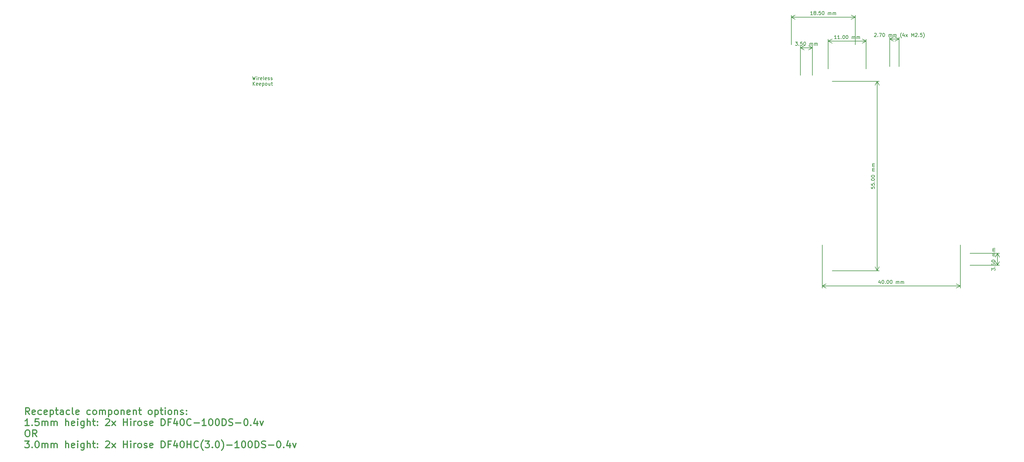
<source format=gbr>
%TF.GenerationSoftware,KiCad,Pcbnew,(6.0.5)*%
%TF.CreationDate,2023-03-12T20:27:36+02:00*%
%TF.ProjectId,rpi-cm4-base-carrier-rocket,7270692d-636d-4342-9d62-6173652d6361,v01*%
%TF.SameCoordinates,Original*%
%TF.FileFunction,OtherDrawing,Comment*%
%FSLAX46Y46*%
G04 Gerber Fmt 4.6, Leading zero omitted, Abs format (unit mm)*
G04 Created by KiCad (PCBNEW (6.0.5)) date 2023-03-12 20:27:36*
%MOMM*%
%LPD*%
G01*
G04 APERTURE LIST*
%ADD10C,0.300000*%
%ADD11C,0.150000*%
G04 APERTURE END LIST*
D10*
X80554047Y-178954761D02*
X79887380Y-178002380D01*
X79411190Y-178954761D02*
X79411190Y-176954761D01*
X80173095Y-176954761D01*
X80363571Y-177050000D01*
X80458809Y-177145238D01*
X80554047Y-177335714D01*
X80554047Y-177621428D01*
X80458809Y-177811904D01*
X80363571Y-177907142D01*
X80173095Y-178002380D01*
X79411190Y-178002380D01*
X82173095Y-178859523D02*
X81982619Y-178954761D01*
X81601666Y-178954761D01*
X81411190Y-178859523D01*
X81315952Y-178669047D01*
X81315952Y-177907142D01*
X81411190Y-177716666D01*
X81601666Y-177621428D01*
X81982619Y-177621428D01*
X82173095Y-177716666D01*
X82268333Y-177907142D01*
X82268333Y-178097619D01*
X81315952Y-178288095D01*
X83982619Y-178859523D02*
X83792142Y-178954761D01*
X83411190Y-178954761D01*
X83220714Y-178859523D01*
X83125476Y-178764285D01*
X83030238Y-178573809D01*
X83030238Y-178002380D01*
X83125476Y-177811904D01*
X83220714Y-177716666D01*
X83411190Y-177621428D01*
X83792142Y-177621428D01*
X83982619Y-177716666D01*
X85601666Y-178859523D02*
X85411190Y-178954761D01*
X85030238Y-178954761D01*
X84839761Y-178859523D01*
X84744523Y-178669047D01*
X84744523Y-177907142D01*
X84839761Y-177716666D01*
X85030238Y-177621428D01*
X85411190Y-177621428D01*
X85601666Y-177716666D01*
X85696904Y-177907142D01*
X85696904Y-178097619D01*
X84744523Y-178288095D01*
X86554047Y-177621428D02*
X86554047Y-179621428D01*
X86554047Y-177716666D02*
X86744523Y-177621428D01*
X87125476Y-177621428D01*
X87315952Y-177716666D01*
X87411190Y-177811904D01*
X87506428Y-178002380D01*
X87506428Y-178573809D01*
X87411190Y-178764285D01*
X87315952Y-178859523D01*
X87125476Y-178954761D01*
X86744523Y-178954761D01*
X86554047Y-178859523D01*
X88077857Y-177621428D02*
X88839761Y-177621428D01*
X88363571Y-176954761D02*
X88363571Y-178669047D01*
X88458809Y-178859523D01*
X88649285Y-178954761D01*
X88839761Y-178954761D01*
X90363571Y-178954761D02*
X90363571Y-177907142D01*
X90268333Y-177716666D01*
X90077857Y-177621428D01*
X89696904Y-177621428D01*
X89506428Y-177716666D01*
X90363571Y-178859523D02*
X90173095Y-178954761D01*
X89696904Y-178954761D01*
X89506428Y-178859523D01*
X89411190Y-178669047D01*
X89411190Y-178478571D01*
X89506428Y-178288095D01*
X89696904Y-178192857D01*
X90173095Y-178192857D01*
X90363571Y-178097619D01*
X92173095Y-178859523D02*
X91982619Y-178954761D01*
X91601666Y-178954761D01*
X91411190Y-178859523D01*
X91315952Y-178764285D01*
X91220714Y-178573809D01*
X91220714Y-178002380D01*
X91315952Y-177811904D01*
X91411190Y-177716666D01*
X91601666Y-177621428D01*
X91982619Y-177621428D01*
X92173095Y-177716666D01*
X93315952Y-178954761D02*
X93125476Y-178859523D01*
X93030238Y-178669047D01*
X93030238Y-176954761D01*
X94839761Y-178859523D02*
X94649285Y-178954761D01*
X94268333Y-178954761D01*
X94077857Y-178859523D01*
X93982619Y-178669047D01*
X93982619Y-177907142D01*
X94077857Y-177716666D01*
X94268333Y-177621428D01*
X94649285Y-177621428D01*
X94839761Y-177716666D01*
X94935000Y-177907142D01*
X94935000Y-178097619D01*
X93982619Y-178288095D01*
X98173095Y-178859523D02*
X97982619Y-178954761D01*
X97601666Y-178954761D01*
X97411190Y-178859523D01*
X97315952Y-178764285D01*
X97220714Y-178573809D01*
X97220714Y-178002380D01*
X97315952Y-177811904D01*
X97411190Y-177716666D01*
X97601666Y-177621428D01*
X97982619Y-177621428D01*
X98173095Y-177716666D01*
X99315952Y-178954761D02*
X99125476Y-178859523D01*
X99030238Y-178764285D01*
X98935000Y-178573809D01*
X98935000Y-178002380D01*
X99030238Y-177811904D01*
X99125476Y-177716666D01*
X99315952Y-177621428D01*
X99601666Y-177621428D01*
X99792142Y-177716666D01*
X99887380Y-177811904D01*
X99982619Y-178002380D01*
X99982619Y-178573809D01*
X99887380Y-178764285D01*
X99792142Y-178859523D01*
X99601666Y-178954761D01*
X99315952Y-178954761D01*
X100839761Y-178954761D02*
X100839761Y-177621428D01*
X100839761Y-177811904D02*
X100935000Y-177716666D01*
X101125476Y-177621428D01*
X101411190Y-177621428D01*
X101601666Y-177716666D01*
X101696904Y-177907142D01*
X101696904Y-178954761D01*
X101696904Y-177907142D02*
X101792142Y-177716666D01*
X101982619Y-177621428D01*
X102268333Y-177621428D01*
X102458809Y-177716666D01*
X102554047Y-177907142D01*
X102554047Y-178954761D01*
X103506428Y-177621428D02*
X103506428Y-179621428D01*
X103506428Y-177716666D02*
X103696904Y-177621428D01*
X104077857Y-177621428D01*
X104268333Y-177716666D01*
X104363571Y-177811904D01*
X104458809Y-178002380D01*
X104458809Y-178573809D01*
X104363571Y-178764285D01*
X104268333Y-178859523D01*
X104077857Y-178954761D01*
X103696904Y-178954761D01*
X103506428Y-178859523D01*
X105601666Y-178954761D02*
X105411190Y-178859523D01*
X105315952Y-178764285D01*
X105220714Y-178573809D01*
X105220714Y-178002380D01*
X105315952Y-177811904D01*
X105411190Y-177716666D01*
X105601666Y-177621428D01*
X105887380Y-177621428D01*
X106077857Y-177716666D01*
X106173095Y-177811904D01*
X106268333Y-178002380D01*
X106268333Y-178573809D01*
X106173095Y-178764285D01*
X106077857Y-178859523D01*
X105887380Y-178954761D01*
X105601666Y-178954761D01*
X107125476Y-177621428D02*
X107125476Y-178954761D01*
X107125476Y-177811904D02*
X107220714Y-177716666D01*
X107411190Y-177621428D01*
X107696904Y-177621428D01*
X107887380Y-177716666D01*
X107982619Y-177907142D01*
X107982619Y-178954761D01*
X109696904Y-178859523D02*
X109506428Y-178954761D01*
X109125476Y-178954761D01*
X108935000Y-178859523D01*
X108839761Y-178669047D01*
X108839761Y-177907142D01*
X108935000Y-177716666D01*
X109125476Y-177621428D01*
X109506428Y-177621428D01*
X109696904Y-177716666D01*
X109792142Y-177907142D01*
X109792142Y-178097619D01*
X108839761Y-178288095D01*
X110649285Y-177621428D02*
X110649285Y-178954761D01*
X110649285Y-177811904D02*
X110744523Y-177716666D01*
X110935000Y-177621428D01*
X111220714Y-177621428D01*
X111411190Y-177716666D01*
X111506428Y-177907142D01*
X111506428Y-178954761D01*
X112173095Y-177621428D02*
X112935000Y-177621428D01*
X112458809Y-176954761D02*
X112458809Y-178669047D01*
X112554047Y-178859523D01*
X112744523Y-178954761D01*
X112935000Y-178954761D01*
X115411190Y-178954761D02*
X115220714Y-178859523D01*
X115125476Y-178764285D01*
X115030238Y-178573809D01*
X115030238Y-178002380D01*
X115125476Y-177811904D01*
X115220714Y-177716666D01*
X115411190Y-177621428D01*
X115696904Y-177621428D01*
X115887380Y-177716666D01*
X115982619Y-177811904D01*
X116077857Y-178002380D01*
X116077857Y-178573809D01*
X115982619Y-178764285D01*
X115887380Y-178859523D01*
X115696904Y-178954761D01*
X115411190Y-178954761D01*
X116935000Y-177621428D02*
X116935000Y-179621428D01*
X116935000Y-177716666D02*
X117125476Y-177621428D01*
X117506428Y-177621428D01*
X117696904Y-177716666D01*
X117792142Y-177811904D01*
X117887380Y-178002380D01*
X117887380Y-178573809D01*
X117792142Y-178764285D01*
X117696904Y-178859523D01*
X117506428Y-178954761D01*
X117125476Y-178954761D01*
X116935000Y-178859523D01*
X118458809Y-177621428D02*
X119220714Y-177621428D01*
X118744523Y-176954761D02*
X118744523Y-178669047D01*
X118839761Y-178859523D01*
X119030238Y-178954761D01*
X119220714Y-178954761D01*
X119887380Y-178954761D02*
X119887380Y-177621428D01*
X119887380Y-176954761D02*
X119792142Y-177050000D01*
X119887380Y-177145238D01*
X119982619Y-177050000D01*
X119887380Y-176954761D01*
X119887380Y-177145238D01*
X121125476Y-178954761D02*
X120935000Y-178859523D01*
X120839761Y-178764285D01*
X120744523Y-178573809D01*
X120744523Y-178002380D01*
X120839761Y-177811904D01*
X120935000Y-177716666D01*
X121125476Y-177621428D01*
X121411190Y-177621428D01*
X121601666Y-177716666D01*
X121696904Y-177811904D01*
X121792142Y-178002380D01*
X121792142Y-178573809D01*
X121696904Y-178764285D01*
X121601666Y-178859523D01*
X121411190Y-178954761D01*
X121125476Y-178954761D01*
X122649285Y-177621428D02*
X122649285Y-178954761D01*
X122649285Y-177811904D02*
X122744523Y-177716666D01*
X122934999Y-177621428D01*
X123220714Y-177621428D01*
X123411190Y-177716666D01*
X123506428Y-177907142D01*
X123506428Y-178954761D01*
X124363571Y-178859523D02*
X124554047Y-178954761D01*
X124934999Y-178954761D01*
X125125476Y-178859523D01*
X125220714Y-178669047D01*
X125220714Y-178573809D01*
X125125476Y-178383333D01*
X124934999Y-178288095D01*
X124649285Y-178288095D01*
X124458809Y-178192857D01*
X124363571Y-178002380D01*
X124363571Y-177907142D01*
X124458809Y-177716666D01*
X124649285Y-177621428D01*
X124934999Y-177621428D01*
X125125476Y-177716666D01*
X126077857Y-178764285D02*
X126173095Y-178859523D01*
X126077857Y-178954761D01*
X125982619Y-178859523D01*
X126077857Y-178764285D01*
X126077857Y-178954761D01*
X126077857Y-177716666D02*
X126173095Y-177811904D01*
X126077857Y-177907142D01*
X125982619Y-177811904D01*
X126077857Y-177716666D01*
X126077857Y-177907142D01*
X80458809Y-182174761D02*
X79315952Y-182174761D01*
X79887380Y-182174761D02*
X79887380Y-180174761D01*
X79696904Y-180460476D01*
X79506428Y-180650952D01*
X79315952Y-180746190D01*
X81315952Y-181984285D02*
X81411190Y-182079523D01*
X81315952Y-182174761D01*
X81220714Y-182079523D01*
X81315952Y-181984285D01*
X81315952Y-182174761D01*
X83220714Y-180174761D02*
X82268333Y-180174761D01*
X82173095Y-181127142D01*
X82268333Y-181031904D01*
X82458809Y-180936666D01*
X82935000Y-180936666D01*
X83125476Y-181031904D01*
X83220714Y-181127142D01*
X83315952Y-181317619D01*
X83315952Y-181793809D01*
X83220714Y-181984285D01*
X83125476Y-182079523D01*
X82935000Y-182174761D01*
X82458809Y-182174761D01*
X82268333Y-182079523D01*
X82173095Y-181984285D01*
X84173095Y-182174761D02*
X84173095Y-180841428D01*
X84173095Y-181031904D02*
X84268333Y-180936666D01*
X84458809Y-180841428D01*
X84744523Y-180841428D01*
X84935000Y-180936666D01*
X85030238Y-181127142D01*
X85030238Y-182174761D01*
X85030238Y-181127142D02*
X85125476Y-180936666D01*
X85315952Y-180841428D01*
X85601666Y-180841428D01*
X85792142Y-180936666D01*
X85887380Y-181127142D01*
X85887380Y-182174761D01*
X86839761Y-182174761D02*
X86839761Y-180841428D01*
X86839761Y-181031904D02*
X86935000Y-180936666D01*
X87125476Y-180841428D01*
X87411190Y-180841428D01*
X87601666Y-180936666D01*
X87696904Y-181127142D01*
X87696904Y-182174761D01*
X87696904Y-181127142D02*
X87792142Y-180936666D01*
X87982619Y-180841428D01*
X88268333Y-180841428D01*
X88458809Y-180936666D01*
X88554047Y-181127142D01*
X88554047Y-182174761D01*
X91030238Y-182174761D02*
X91030238Y-180174761D01*
X91887380Y-182174761D02*
X91887380Y-181127142D01*
X91792142Y-180936666D01*
X91601666Y-180841428D01*
X91315952Y-180841428D01*
X91125476Y-180936666D01*
X91030238Y-181031904D01*
X93601666Y-182079523D02*
X93411190Y-182174761D01*
X93030238Y-182174761D01*
X92839761Y-182079523D01*
X92744523Y-181889047D01*
X92744523Y-181127142D01*
X92839761Y-180936666D01*
X93030238Y-180841428D01*
X93411190Y-180841428D01*
X93601666Y-180936666D01*
X93696904Y-181127142D01*
X93696904Y-181317619D01*
X92744523Y-181508095D01*
X94554047Y-182174761D02*
X94554047Y-180841428D01*
X94554047Y-180174761D02*
X94458809Y-180270000D01*
X94554047Y-180365238D01*
X94649285Y-180270000D01*
X94554047Y-180174761D01*
X94554047Y-180365238D01*
X96363571Y-180841428D02*
X96363571Y-182460476D01*
X96268333Y-182650952D01*
X96173095Y-182746190D01*
X95982619Y-182841428D01*
X95696904Y-182841428D01*
X95506428Y-182746190D01*
X96363571Y-182079523D02*
X96173095Y-182174761D01*
X95792142Y-182174761D01*
X95601666Y-182079523D01*
X95506428Y-181984285D01*
X95411190Y-181793809D01*
X95411190Y-181222380D01*
X95506428Y-181031904D01*
X95601666Y-180936666D01*
X95792142Y-180841428D01*
X96173095Y-180841428D01*
X96363571Y-180936666D01*
X97315952Y-182174761D02*
X97315952Y-180174761D01*
X98173095Y-182174761D02*
X98173095Y-181127142D01*
X98077857Y-180936666D01*
X97887380Y-180841428D01*
X97601666Y-180841428D01*
X97411190Y-180936666D01*
X97315952Y-181031904D01*
X98839761Y-180841428D02*
X99601666Y-180841428D01*
X99125476Y-180174761D02*
X99125476Y-181889047D01*
X99220714Y-182079523D01*
X99411190Y-182174761D01*
X99601666Y-182174761D01*
X100268333Y-181984285D02*
X100363571Y-182079523D01*
X100268333Y-182174761D01*
X100173095Y-182079523D01*
X100268333Y-181984285D01*
X100268333Y-182174761D01*
X100268333Y-180936666D02*
X100363571Y-181031904D01*
X100268333Y-181127142D01*
X100173095Y-181031904D01*
X100268333Y-180936666D01*
X100268333Y-181127142D01*
X102649285Y-180365238D02*
X102744523Y-180270000D01*
X102935000Y-180174761D01*
X103411190Y-180174761D01*
X103601666Y-180270000D01*
X103696904Y-180365238D01*
X103792142Y-180555714D01*
X103792142Y-180746190D01*
X103696904Y-181031904D01*
X102554047Y-182174761D01*
X103792142Y-182174761D01*
X104458809Y-182174761D02*
X105506428Y-180841428D01*
X104458809Y-180841428D02*
X105506428Y-182174761D01*
X107792142Y-182174761D02*
X107792142Y-180174761D01*
X107792142Y-181127142D02*
X108935000Y-181127142D01*
X108935000Y-182174761D02*
X108935000Y-180174761D01*
X109887380Y-182174761D02*
X109887380Y-180841428D01*
X109887380Y-180174761D02*
X109792142Y-180270000D01*
X109887380Y-180365238D01*
X109982619Y-180270000D01*
X109887380Y-180174761D01*
X109887380Y-180365238D01*
X110839761Y-182174761D02*
X110839761Y-180841428D01*
X110839761Y-181222380D02*
X110934999Y-181031904D01*
X111030238Y-180936666D01*
X111220714Y-180841428D01*
X111411190Y-180841428D01*
X112363571Y-182174761D02*
X112173095Y-182079523D01*
X112077857Y-181984285D01*
X111982619Y-181793809D01*
X111982619Y-181222380D01*
X112077857Y-181031904D01*
X112173095Y-180936666D01*
X112363571Y-180841428D01*
X112649285Y-180841428D01*
X112839761Y-180936666D01*
X112935000Y-181031904D01*
X113030238Y-181222380D01*
X113030238Y-181793809D01*
X112935000Y-181984285D01*
X112839761Y-182079523D01*
X112649285Y-182174761D01*
X112363571Y-182174761D01*
X113792142Y-182079523D02*
X113982619Y-182174761D01*
X114363571Y-182174761D01*
X114554047Y-182079523D01*
X114649285Y-181889047D01*
X114649285Y-181793809D01*
X114554047Y-181603333D01*
X114363571Y-181508095D01*
X114077857Y-181508095D01*
X113887380Y-181412857D01*
X113792142Y-181222380D01*
X113792142Y-181127142D01*
X113887380Y-180936666D01*
X114077857Y-180841428D01*
X114363571Y-180841428D01*
X114554047Y-180936666D01*
X116268333Y-182079523D02*
X116077857Y-182174761D01*
X115696904Y-182174761D01*
X115506428Y-182079523D01*
X115411190Y-181889047D01*
X115411190Y-181127142D01*
X115506428Y-180936666D01*
X115696904Y-180841428D01*
X116077857Y-180841428D01*
X116268333Y-180936666D01*
X116363571Y-181127142D01*
X116363571Y-181317619D01*
X115411190Y-181508095D01*
X118744523Y-182174761D02*
X118744523Y-180174761D01*
X119220714Y-180174761D01*
X119506428Y-180270000D01*
X119696904Y-180460476D01*
X119792142Y-180650952D01*
X119887380Y-181031904D01*
X119887380Y-181317619D01*
X119792142Y-181698571D01*
X119696904Y-181889047D01*
X119506428Y-182079523D01*
X119220714Y-182174761D01*
X118744523Y-182174761D01*
X121411190Y-181127142D02*
X120744523Y-181127142D01*
X120744523Y-182174761D02*
X120744523Y-180174761D01*
X121696904Y-180174761D01*
X123315952Y-180841428D02*
X123315952Y-182174761D01*
X122839761Y-180079523D02*
X122363571Y-181508095D01*
X123601666Y-181508095D01*
X124744523Y-180174761D02*
X124934999Y-180174761D01*
X125125476Y-180270000D01*
X125220714Y-180365238D01*
X125315952Y-180555714D01*
X125411190Y-180936666D01*
X125411190Y-181412857D01*
X125315952Y-181793809D01*
X125220714Y-181984285D01*
X125125476Y-182079523D01*
X124934999Y-182174761D01*
X124744523Y-182174761D01*
X124554047Y-182079523D01*
X124458809Y-181984285D01*
X124363571Y-181793809D01*
X124268333Y-181412857D01*
X124268333Y-180936666D01*
X124363571Y-180555714D01*
X124458809Y-180365238D01*
X124554047Y-180270000D01*
X124744523Y-180174761D01*
X127411190Y-181984285D02*
X127315952Y-182079523D01*
X127030238Y-182174761D01*
X126839761Y-182174761D01*
X126554047Y-182079523D01*
X126363571Y-181889047D01*
X126268333Y-181698571D01*
X126173095Y-181317619D01*
X126173095Y-181031904D01*
X126268333Y-180650952D01*
X126363571Y-180460476D01*
X126554047Y-180270000D01*
X126839761Y-180174761D01*
X127030238Y-180174761D01*
X127315952Y-180270000D01*
X127411190Y-180365238D01*
X128268333Y-181412857D02*
X129792142Y-181412857D01*
X131792142Y-182174761D02*
X130649285Y-182174761D01*
X131220714Y-182174761D02*
X131220714Y-180174761D01*
X131030238Y-180460476D01*
X130839761Y-180650952D01*
X130649285Y-180746190D01*
X133030238Y-180174761D02*
X133220714Y-180174761D01*
X133411190Y-180270000D01*
X133506428Y-180365238D01*
X133601666Y-180555714D01*
X133696904Y-180936666D01*
X133696904Y-181412857D01*
X133601666Y-181793809D01*
X133506428Y-181984285D01*
X133411190Y-182079523D01*
X133220714Y-182174761D01*
X133030238Y-182174761D01*
X132839761Y-182079523D01*
X132744523Y-181984285D01*
X132649285Y-181793809D01*
X132554047Y-181412857D01*
X132554047Y-180936666D01*
X132649285Y-180555714D01*
X132744523Y-180365238D01*
X132839761Y-180270000D01*
X133030238Y-180174761D01*
X134935000Y-180174761D02*
X135125476Y-180174761D01*
X135315952Y-180270000D01*
X135411190Y-180365238D01*
X135506428Y-180555714D01*
X135601666Y-180936666D01*
X135601666Y-181412857D01*
X135506428Y-181793809D01*
X135411190Y-181984285D01*
X135315952Y-182079523D01*
X135125476Y-182174761D01*
X134935000Y-182174761D01*
X134744523Y-182079523D01*
X134649285Y-181984285D01*
X134554047Y-181793809D01*
X134458809Y-181412857D01*
X134458809Y-180936666D01*
X134554047Y-180555714D01*
X134649285Y-180365238D01*
X134744523Y-180270000D01*
X134935000Y-180174761D01*
X136458809Y-182174761D02*
X136458809Y-180174761D01*
X136935000Y-180174761D01*
X137220714Y-180270000D01*
X137411190Y-180460476D01*
X137506428Y-180650952D01*
X137601666Y-181031904D01*
X137601666Y-181317619D01*
X137506428Y-181698571D01*
X137411190Y-181889047D01*
X137220714Y-182079523D01*
X136935000Y-182174761D01*
X136458809Y-182174761D01*
X138363571Y-182079523D02*
X138649285Y-182174761D01*
X139125476Y-182174761D01*
X139315952Y-182079523D01*
X139411190Y-181984285D01*
X139506428Y-181793809D01*
X139506428Y-181603333D01*
X139411190Y-181412857D01*
X139315952Y-181317619D01*
X139125476Y-181222380D01*
X138744523Y-181127142D01*
X138554047Y-181031904D01*
X138458809Y-180936666D01*
X138363571Y-180746190D01*
X138363571Y-180555714D01*
X138458809Y-180365238D01*
X138554047Y-180270000D01*
X138744523Y-180174761D01*
X139220714Y-180174761D01*
X139506428Y-180270000D01*
X140363571Y-181412857D02*
X141887380Y-181412857D01*
X143220714Y-180174761D02*
X143411190Y-180174761D01*
X143601666Y-180270000D01*
X143696904Y-180365238D01*
X143792142Y-180555714D01*
X143887380Y-180936666D01*
X143887380Y-181412857D01*
X143792142Y-181793809D01*
X143696904Y-181984285D01*
X143601666Y-182079523D01*
X143411190Y-182174761D01*
X143220714Y-182174761D01*
X143030238Y-182079523D01*
X142935000Y-181984285D01*
X142839761Y-181793809D01*
X142744523Y-181412857D01*
X142744523Y-180936666D01*
X142839761Y-180555714D01*
X142935000Y-180365238D01*
X143030238Y-180270000D01*
X143220714Y-180174761D01*
X144744523Y-181984285D02*
X144839761Y-182079523D01*
X144744523Y-182174761D01*
X144649285Y-182079523D01*
X144744523Y-181984285D01*
X144744523Y-182174761D01*
X146554047Y-180841428D02*
X146554047Y-182174761D01*
X146077857Y-180079523D02*
X145601666Y-181508095D01*
X146839761Y-181508095D01*
X147411190Y-180841428D02*
X147887380Y-182174761D01*
X148363571Y-180841428D01*
X79792142Y-183394761D02*
X80173095Y-183394761D01*
X80363571Y-183490000D01*
X80554047Y-183680476D01*
X80649285Y-184061428D01*
X80649285Y-184728095D01*
X80554047Y-185109047D01*
X80363571Y-185299523D01*
X80173095Y-185394761D01*
X79792142Y-185394761D01*
X79601666Y-185299523D01*
X79411190Y-185109047D01*
X79315952Y-184728095D01*
X79315952Y-184061428D01*
X79411190Y-183680476D01*
X79601666Y-183490000D01*
X79792142Y-183394761D01*
X82649285Y-185394761D02*
X81982619Y-184442380D01*
X81506428Y-185394761D02*
X81506428Y-183394761D01*
X82268333Y-183394761D01*
X82458809Y-183490000D01*
X82554047Y-183585238D01*
X82649285Y-183775714D01*
X82649285Y-184061428D01*
X82554047Y-184251904D01*
X82458809Y-184347142D01*
X82268333Y-184442380D01*
X81506428Y-184442380D01*
X79220714Y-186614761D02*
X80458809Y-186614761D01*
X79792142Y-187376666D01*
X80077857Y-187376666D01*
X80268333Y-187471904D01*
X80363571Y-187567142D01*
X80458809Y-187757619D01*
X80458809Y-188233809D01*
X80363571Y-188424285D01*
X80268333Y-188519523D01*
X80077857Y-188614761D01*
X79506428Y-188614761D01*
X79315952Y-188519523D01*
X79220714Y-188424285D01*
X81315952Y-188424285D02*
X81411190Y-188519523D01*
X81315952Y-188614761D01*
X81220714Y-188519523D01*
X81315952Y-188424285D01*
X81315952Y-188614761D01*
X82649285Y-186614761D02*
X82839761Y-186614761D01*
X83030238Y-186710000D01*
X83125476Y-186805238D01*
X83220714Y-186995714D01*
X83315952Y-187376666D01*
X83315952Y-187852857D01*
X83220714Y-188233809D01*
X83125476Y-188424285D01*
X83030238Y-188519523D01*
X82839761Y-188614761D01*
X82649285Y-188614761D01*
X82458809Y-188519523D01*
X82363571Y-188424285D01*
X82268333Y-188233809D01*
X82173095Y-187852857D01*
X82173095Y-187376666D01*
X82268333Y-186995714D01*
X82363571Y-186805238D01*
X82458809Y-186710000D01*
X82649285Y-186614761D01*
X84173095Y-188614761D02*
X84173095Y-187281428D01*
X84173095Y-187471904D02*
X84268333Y-187376666D01*
X84458809Y-187281428D01*
X84744523Y-187281428D01*
X84935000Y-187376666D01*
X85030238Y-187567142D01*
X85030238Y-188614761D01*
X85030238Y-187567142D02*
X85125476Y-187376666D01*
X85315952Y-187281428D01*
X85601666Y-187281428D01*
X85792142Y-187376666D01*
X85887380Y-187567142D01*
X85887380Y-188614761D01*
X86839761Y-188614761D02*
X86839761Y-187281428D01*
X86839761Y-187471904D02*
X86935000Y-187376666D01*
X87125476Y-187281428D01*
X87411190Y-187281428D01*
X87601666Y-187376666D01*
X87696904Y-187567142D01*
X87696904Y-188614761D01*
X87696904Y-187567142D02*
X87792142Y-187376666D01*
X87982619Y-187281428D01*
X88268333Y-187281428D01*
X88458809Y-187376666D01*
X88554047Y-187567142D01*
X88554047Y-188614761D01*
X91030238Y-188614761D02*
X91030238Y-186614761D01*
X91887380Y-188614761D02*
X91887380Y-187567142D01*
X91792142Y-187376666D01*
X91601666Y-187281428D01*
X91315952Y-187281428D01*
X91125476Y-187376666D01*
X91030238Y-187471904D01*
X93601666Y-188519523D02*
X93411190Y-188614761D01*
X93030238Y-188614761D01*
X92839761Y-188519523D01*
X92744523Y-188329047D01*
X92744523Y-187567142D01*
X92839761Y-187376666D01*
X93030238Y-187281428D01*
X93411190Y-187281428D01*
X93601666Y-187376666D01*
X93696904Y-187567142D01*
X93696904Y-187757619D01*
X92744523Y-187948095D01*
X94554047Y-188614761D02*
X94554047Y-187281428D01*
X94554047Y-186614761D02*
X94458809Y-186710000D01*
X94554047Y-186805238D01*
X94649285Y-186710000D01*
X94554047Y-186614761D01*
X94554047Y-186805238D01*
X96363571Y-187281428D02*
X96363571Y-188900476D01*
X96268333Y-189090952D01*
X96173095Y-189186190D01*
X95982619Y-189281428D01*
X95696904Y-189281428D01*
X95506428Y-189186190D01*
X96363571Y-188519523D02*
X96173095Y-188614761D01*
X95792142Y-188614761D01*
X95601666Y-188519523D01*
X95506428Y-188424285D01*
X95411190Y-188233809D01*
X95411190Y-187662380D01*
X95506428Y-187471904D01*
X95601666Y-187376666D01*
X95792142Y-187281428D01*
X96173095Y-187281428D01*
X96363571Y-187376666D01*
X97315952Y-188614761D02*
X97315952Y-186614761D01*
X98173095Y-188614761D02*
X98173095Y-187567142D01*
X98077857Y-187376666D01*
X97887380Y-187281428D01*
X97601666Y-187281428D01*
X97411190Y-187376666D01*
X97315952Y-187471904D01*
X98839761Y-187281428D02*
X99601666Y-187281428D01*
X99125476Y-186614761D02*
X99125476Y-188329047D01*
X99220714Y-188519523D01*
X99411190Y-188614761D01*
X99601666Y-188614761D01*
X100268333Y-188424285D02*
X100363571Y-188519523D01*
X100268333Y-188614761D01*
X100173095Y-188519523D01*
X100268333Y-188424285D01*
X100268333Y-188614761D01*
X100268333Y-187376666D02*
X100363571Y-187471904D01*
X100268333Y-187567142D01*
X100173095Y-187471904D01*
X100268333Y-187376666D01*
X100268333Y-187567142D01*
X102649285Y-186805238D02*
X102744523Y-186710000D01*
X102935000Y-186614761D01*
X103411190Y-186614761D01*
X103601666Y-186710000D01*
X103696904Y-186805238D01*
X103792142Y-186995714D01*
X103792142Y-187186190D01*
X103696904Y-187471904D01*
X102554047Y-188614761D01*
X103792142Y-188614761D01*
X104458809Y-188614761D02*
X105506428Y-187281428D01*
X104458809Y-187281428D02*
X105506428Y-188614761D01*
X107792142Y-188614761D02*
X107792142Y-186614761D01*
X107792142Y-187567142D02*
X108935000Y-187567142D01*
X108935000Y-188614761D02*
X108935000Y-186614761D01*
X109887380Y-188614761D02*
X109887380Y-187281428D01*
X109887380Y-186614761D02*
X109792142Y-186710000D01*
X109887380Y-186805238D01*
X109982619Y-186710000D01*
X109887380Y-186614761D01*
X109887380Y-186805238D01*
X110839761Y-188614761D02*
X110839761Y-187281428D01*
X110839761Y-187662380D02*
X110934999Y-187471904D01*
X111030238Y-187376666D01*
X111220714Y-187281428D01*
X111411190Y-187281428D01*
X112363571Y-188614761D02*
X112173095Y-188519523D01*
X112077857Y-188424285D01*
X111982619Y-188233809D01*
X111982619Y-187662380D01*
X112077857Y-187471904D01*
X112173095Y-187376666D01*
X112363571Y-187281428D01*
X112649285Y-187281428D01*
X112839761Y-187376666D01*
X112935000Y-187471904D01*
X113030238Y-187662380D01*
X113030238Y-188233809D01*
X112935000Y-188424285D01*
X112839761Y-188519523D01*
X112649285Y-188614761D01*
X112363571Y-188614761D01*
X113792142Y-188519523D02*
X113982619Y-188614761D01*
X114363571Y-188614761D01*
X114554047Y-188519523D01*
X114649285Y-188329047D01*
X114649285Y-188233809D01*
X114554047Y-188043333D01*
X114363571Y-187948095D01*
X114077857Y-187948095D01*
X113887380Y-187852857D01*
X113792142Y-187662380D01*
X113792142Y-187567142D01*
X113887380Y-187376666D01*
X114077857Y-187281428D01*
X114363571Y-187281428D01*
X114554047Y-187376666D01*
X116268333Y-188519523D02*
X116077857Y-188614761D01*
X115696904Y-188614761D01*
X115506428Y-188519523D01*
X115411190Y-188329047D01*
X115411190Y-187567142D01*
X115506428Y-187376666D01*
X115696904Y-187281428D01*
X116077857Y-187281428D01*
X116268333Y-187376666D01*
X116363571Y-187567142D01*
X116363571Y-187757619D01*
X115411190Y-187948095D01*
X118744523Y-188614761D02*
X118744523Y-186614761D01*
X119220714Y-186614761D01*
X119506428Y-186710000D01*
X119696904Y-186900476D01*
X119792142Y-187090952D01*
X119887380Y-187471904D01*
X119887380Y-187757619D01*
X119792142Y-188138571D01*
X119696904Y-188329047D01*
X119506428Y-188519523D01*
X119220714Y-188614761D01*
X118744523Y-188614761D01*
X121411190Y-187567142D02*
X120744523Y-187567142D01*
X120744523Y-188614761D02*
X120744523Y-186614761D01*
X121696904Y-186614761D01*
X123315952Y-187281428D02*
X123315952Y-188614761D01*
X122839761Y-186519523D02*
X122363571Y-187948095D01*
X123601666Y-187948095D01*
X124744523Y-186614761D02*
X124934999Y-186614761D01*
X125125476Y-186710000D01*
X125220714Y-186805238D01*
X125315952Y-186995714D01*
X125411190Y-187376666D01*
X125411190Y-187852857D01*
X125315952Y-188233809D01*
X125220714Y-188424285D01*
X125125476Y-188519523D01*
X124934999Y-188614761D01*
X124744523Y-188614761D01*
X124554047Y-188519523D01*
X124458809Y-188424285D01*
X124363571Y-188233809D01*
X124268333Y-187852857D01*
X124268333Y-187376666D01*
X124363571Y-186995714D01*
X124458809Y-186805238D01*
X124554047Y-186710000D01*
X124744523Y-186614761D01*
X126268333Y-188614761D02*
X126268333Y-186614761D01*
X126268333Y-187567142D02*
X127411190Y-187567142D01*
X127411190Y-188614761D02*
X127411190Y-186614761D01*
X129506428Y-188424285D02*
X129411190Y-188519523D01*
X129125476Y-188614761D01*
X128934999Y-188614761D01*
X128649285Y-188519523D01*
X128458809Y-188329047D01*
X128363571Y-188138571D01*
X128268333Y-187757619D01*
X128268333Y-187471904D01*
X128363571Y-187090952D01*
X128458809Y-186900476D01*
X128649285Y-186710000D01*
X128934999Y-186614761D01*
X129125476Y-186614761D01*
X129411190Y-186710000D01*
X129506428Y-186805238D01*
X130934999Y-189376666D02*
X130839761Y-189281428D01*
X130649285Y-188995714D01*
X130554047Y-188805238D01*
X130458809Y-188519523D01*
X130363571Y-188043333D01*
X130363571Y-187662380D01*
X130458809Y-187186190D01*
X130554047Y-186900476D01*
X130649285Y-186710000D01*
X130839761Y-186424285D01*
X130934999Y-186329047D01*
X131506428Y-186614761D02*
X132744523Y-186614761D01*
X132077857Y-187376666D01*
X132363571Y-187376666D01*
X132554047Y-187471904D01*
X132649285Y-187567142D01*
X132744523Y-187757619D01*
X132744523Y-188233809D01*
X132649285Y-188424285D01*
X132554047Y-188519523D01*
X132363571Y-188614761D01*
X131792142Y-188614761D01*
X131601666Y-188519523D01*
X131506428Y-188424285D01*
X133601666Y-188424285D02*
X133696904Y-188519523D01*
X133601666Y-188614761D01*
X133506428Y-188519523D01*
X133601666Y-188424285D01*
X133601666Y-188614761D01*
X134935000Y-186614761D02*
X135125476Y-186614761D01*
X135315952Y-186710000D01*
X135411190Y-186805238D01*
X135506428Y-186995714D01*
X135601666Y-187376666D01*
X135601666Y-187852857D01*
X135506428Y-188233809D01*
X135411190Y-188424285D01*
X135315952Y-188519523D01*
X135125476Y-188614761D01*
X134935000Y-188614761D01*
X134744523Y-188519523D01*
X134649285Y-188424285D01*
X134554047Y-188233809D01*
X134458809Y-187852857D01*
X134458809Y-187376666D01*
X134554047Y-186995714D01*
X134649285Y-186805238D01*
X134744523Y-186710000D01*
X134935000Y-186614761D01*
X136268333Y-189376666D02*
X136363571Y-189281428D01*
X136554047Y-188995714D01*
X136649285Y-188805238D01*
X136744523Y-188519523D01*
X136839761Y-188043333D01*
X136839761Y-187662380D01*
X136744523Y-187186190D01*
X136649285Y-186900476D01*
X136554047Y-186710000D01*
X136363571Y-186424285D01*
X136268333Y-186329047D01*
X137792142Y-187852857D02*
X139315952Y-187852857D01*
X141315952Y-188614761D02*
X140173095Y-188614761D01*
X140744523Y-188614761D02*
X140744523Y-186614761D01*
X140554047Y-186900476D01*
X140363571Y-187090952D01*
X140173095Y-187186190D01*
X142554047Y-186614761D02*
X142744523Y-186614761D01*
X142935000Y-186710000D01*
X143030238Y-186805238D01*
X143125476Y-186995714D01*
X143220714Y-187376666D01*
X143220714Y-187852857D01*
X143125476Y-188233809D01*
X143030238Y-188424285D01*
X142935000Y-188519523D01*
X142744523Y-188614761D01*
X142554047Y-188614761D01*
X142363571Y-188519523D01*
X142268333Y-188424285D01*
X142173095Y-188233809D01*
X142077857Y-187852857D01*
X142077857Y-187376666D01*
X142173095Y-186995714D01*
X142268333Y-186805238D01*
X142363571Y-186710000D01*
X142554047Y-186614761D01*
X144458809Y-186614761D02*
X144649285Y-186614761D01*
X144839761Y-186710000D01*
X144935000Y-186805238D01*
X145030238Y-186995714D01*
X145125476Y-187376666D01*
X145125476Y-187852857D01*
X145030238Y-188233809D01*
X144935000Y-188424285D01*
X144839761Y-188519523D01*
X144649285Y-188614761D01*
X144458809Y-188614761D01*
X144268333Y-188519523D01*
X144173095Y-188424285D01*
X144077857Y-188233809D01*
X143982619Y-187852857D01*
X143982619Y-187376666D01*
X144077857Y-186995714D01*
X144173095Y-186805238D01*
X144268333Y-186710000D01*
X144458809Y-186614761D01*
X145982619Y-188614761D02*
X145982619Y-186614761D01*
X146458809Y-186614761D01*
X146744523Y-186710000D01*
X146935000Y-186900476D01*
X147030238Y-187090952D01*
X147125476Y-187471904D01*
X147125476Y-187757619D01*
X147030238Y-188138571D01*
X146935000Y-188329047D01*
X146744523Y-188519523D01*
X146458809Y-188614761D01*
X145982619Y-188614761D01*
X147887380Y-188519523D02*
X148173095Y-188614761D01*
X148649285Y-188614761D01*
X148839761Y-188519523D01*
X148935000Y-188424285D01*
X149030238Y-188233809D01*
X149030238Y-188043333D01*
X148935000Y-187852857D01*
X148839761Y-187757619D01*
X148649285Y-187662380D01*
X148268333Y-187567142D01*
X148077857Y-187471904D01*
X147982619Y-187376666D01*
X147887380Y-187186190D01*
X147887380Y-186995714D01*
X147982619Y-186805238D01*
X148077857Y-186710000D01*
X148268333Y-186614761D01*
X148744523Y-186614761D01*
X149030238Y-186710000D01*
X149887380Y-187852857D02*
X151411190Y-187852857D01*
X152744523Y-186614761D02*
X152935000Y-186614761D01*
X153125476Y-186710000D01*
X153220714Y-186805238D01*
X153315952Y-186995714D01*
X153411190Y-187376666D01*
X153411190Y-187852857D01*
X153315952Y-188233809D01*
X153220714Y-188424285D01*
X153125476Y-188519523D01*
X152935000Y-188614761D01*
X152744523Y-188614761D01*
X152554047Y-188519523D01*
X152458809Y-188424285D01*
X152363571Y-188233809D01*
X152268333Y-187852857D01*
X152268333Y-187376666D01*
X152363571Y-186995714D01*
X152458809Y-186805238D01*
X152554047Y-186710000D01*
X152744523Y-186614761D01*
X154268333Y-188424285D02*
X154363571Y-188519523D01*
X154268333Y-188614761D01*
X154173095Y-188519523D01*
X154268333Y-188424285D01*
X154268333Y-188614761D01*
X156077857Y-187281428D02*
X156077857Y-188614761D01*
X155601666Y-186519523D02*
X155125476Y-187948095D01*
X156363571Y-187948095D01*
X156935000Y-187281428D02*
X157411190Y-188614761D01*
X157887380Y-187281428D01*
D11*
X145231238Y-80699380D02*
X145469333Y-81699380D01*
X145659809Y-80985095D01*
X145850285Y-81699380D01*
X146088380Y-80699380D01*
X146469333Y-81699380D02*
X146469333Y-81032714D01*
X146469333Y-80699380D02*
X146421714Y-80747000D01*
X146469333Y-80794619D01*
X146516952Y-80747000D01*
X146469333Y-80699380D01*
X146469333Y-80794619D01*
X146945523Y-81699380D02*
X146945523Y-81032714D01*
X146945523Y-81223190D02*
X146993142Y-81127952D01*
X147040761Y-81080333D01*
X147136000Y-81032714D01*
X147231238Y-81032714D01*
X147945523Y-81651761D02*
X147850285Y-81699380D01*
X147659809Y-81699380D01*
X147564571Y-81651761D01*
X147516952Y-81556523D01*
X147516952Y-81175571D01*
X147564571Y-81080333D01*
X147659809Y-81032714D01*
X147850285Y-81032714D01*
X147945523Y-81080333D01*
X147993142Y-81175571D01*
X147993142Y-81270809D01*
X147516952Y-81366047D01*
X148564571Y-81699380D02*
X148469333Y-81651761D01*
X148421714Y-81556523D01*
X148421714Y-80699380D01*
X149326476Y-81651761D02*
X149231238Y-81699380D01*
X149040761Y-81699380D01*
X148945523Y-81651761D01*
X148897904Y-81556523D01*
X148897904Y-81175571D01*
X148945523Y-81080333D01*
X149040761Y-81032714D01*
X149231238Y-81032714D01*
X149326476Y-81080333D01*
X149374095Y-81175571D01*
X149374095Y-81270809D01*
X148897904Y-81366047D01*
X149755047Y-81651761D02*
X149850285Y-81699380D01*
X150040761Y-81699380D01*
X150136000Y-81651761D01*
X150183619Y-81556523D01*
X150183619Y-81508904D01*
X150136000Y-81413666D01*
X150040761Y-81366047D01*
X149897904Y-81366047D01*
X149802666Y-81318428D01*
X149755047Y-81223190D01*
X149755047Y-81175571D01*
X149802666Y-81080333D01*
X149897904Y-81032714D01*
X150040761Y-81032714D01*
X150136000Y-81080333D01*
X150564571Y-81651761D02*
X150659809Y-81699380D01*
X150850285Y-81699380D01*
X150945523Y-81651761D01*
X150993142Y-81556523D01*
X150993142Y-81508904D01*
X150945523Y-81413666D01*
X150850285Y-81366047D01*
X150707428Y-81366047D01*
X150612190Y-81318428D01*
X150564571Y-81223190D01*
X150564571Y-81175571D01*
X150612190Y-81080333D01*
X150707428Y-81032714D01*
X150850285Y-81032714D01*
X150945523Y-81080333D01*
X145374095Y-83309380D02*
X145374095Y-82309380D01*
X145945523Y-83309380D02*
X145516952Y-82737952D01*
X145945523Y-82309380D02*
X145374095Y-82880809D01*
X146755047Y-83261761D02*
X146659809Y-83309380D01*
X146469333Y-83309380D01*
X146374095Y-83261761D01*
X146326476Y-83166523D01*
X146326476Y-82785571D01*
X146374095Y-82690333D01*
X146469333Y-82642714D01*
X146659809Y-82642714D01*
X146755047Y-82690333D01*
X146802666Y-82785571D01*
X146802666Y-82880809D01*
X146326476Y-82976047D01*
X147612190Y-83261761D02*
X147516952Y-83309380D01*
X147326476Y-83309380D01*
X147231238Y-83261761D01*
X147183619Y-83166523D01*
X147183619Y-82785571D01*
X147231238Y-82690333D01*
X147326476Y-82642714D01*
X147516952Y-82642714D01*
X147612190Y-82690333D01*
X147659809Y-82785571D01*
X147659809Y-82880809D01*
X147183619Y-82976047D01*
X148088380Y-82642714D02*
X148088380Y-83642714D01*
X148088380Y-82690333D02*
X148183619Y-82642714D01*
X148374095Y-82642714D01*
X148469333Y-82690333D01*
X148516952Y-82737952D01*
X148564571Y-82833190D01*
X148564571Y-83118904D01*
X148516952Y-83214142D01*
X148469333Y-83261761D01*
X148374095Y-83309380D01*
X148183619Y-83309380D01*
X148088380Y-83261761D01*
X149136000Y-83309380D02*
X149040761Y-83261761D01*
X148993142Y-83214142D01*
X148945523Y-83118904D01*
X148945523Y-82833190D01*
X148993142Y-82737952D01*
X149040761Y-82690333D01*
X149136000Y-82642714D01*
X149278857Y-82642714D01*
X149374095Y-82690333D01*
X149421714Y-82737952D01*
X149469333Y-82833190D01*
X149469333Y-83118904D01*
X149421714Y-83214142D01*
X149374095Y-83261761D01*
X149278857Y-83309380D01*
X149136000Y-83309380D01*
X150326476Y-82642714D02*
X150326476Y-83309380D01*
X149897904Y-82642714D02*
X149897904Y-83166523D01*
X149945523Y-83261761D01*
X150040761Y-83309380D01*
X150183619Y-83309380D01*
X150278857Y-83261761D01*
X150326476Y-83214142D01*
X150659809Y-82642714D02*
X151040761Y-82642714D01*
X150802666Y-82309380D02*
X150802666Y-83166523D01*
X150850285Y-83261761D01*
X150945523Y-83309380D01*
X151040761Y-83309380D01*
X327324523Y-140240714D02*
X327324523Y-140907380D01*
X327086428Y-139859761D02*
X326848333Y-140574047D01*
X327467380Y-140574047D01*
X328038809Y-139907380D02*
X328134047Y-139907380D01*
X328229285Y-139955000D01*
X328276904Y-140002619D01*
X328324523Y-140097857D01*
X328372142Y-140288333D01*
X328372142Y-140526428D01*
X328324523Y-140716904D01*
X328276904Y-140812142D01*
X328229285Y-140859761D01*
X328134047Y-140907380D01*
X328038809Y-140907380D01*
X327943571Y-140859761D01*
X327895952Y-140812142D01*
X327848333Y-140716904D01*
X327800714Y-140526428D01*
X327800714Y-140288333D01*
X327848333Y-140097857D01*
X327895952Y-140002619D01*
X327943571Y-139955000D01*
X328038809Y-139907380D01*
X328800714Y-140812142D02*
X328848333Y-140859761D01*
X328800714Y-140907380D01*
X328753095Y-140859761D01*
X328800714Y-140812142D01*
X328800714Y-140907380D01*
X329467380Y-139907380D02*
X329562619Y-139907380D01*
X329657857Y-139955000D01*
X329705476Y-140002619D01*
X329753095Y-140097857D01*
X329800714Y-140288333D01*
X329800714Y-140526428D01*
X329753095Y-140716904D01*
X329705476Y-140812142D01*
X329657857Y-140859761D01*
X329562619Y-140907380D01*
X329467380Y-140907380D01*
X329372142Y-140859761D01*
X329324523Y-140812142D01*
X329276904Y-140716904D01*
X329229285Y-140526428D01*
X329229285Y-140288333D01*
X329276904Y-140097857D01*
X329324523Y-140002619D01*
X329372142Y-139955000D01*
X329467380Y-139907380D01*
X330419761Y-139907380D02*
X330515000Y-139907380D01*
X330610238Y-139955000D01*
X330657857Y-140002619D01*
X330705476Y-140097857D01*
X330753095Y-140288333D01*
X330753095Y-140526428D01*
X330705476Y-140716904D01*
X330657857Y-140812142D01*
X330610238Y-140859761D01*
X330515000Y-140907380D01*
X330419761Y-140907380D01*
X330324523Y-140859761D01*
X330276904Y-140812142D01*
X330229285Y-140716904D01*
X330181666Y-140526428D01*
X330181666Y-140288333D01*
X330229285Y-140097857D01*
X330276904Y-140002619D01*
X330324523Y-139955000D01*
X330419761Y-139907380D01*
X331943571Y-140907380D02*
X331943571Y-140240714D01*
X331943571Y-140335952D02*
X331991190Y-140288333D01*
X332086428Y-140240714D01*
X332229285Y-140240714D01*
X332324523Y-140288333D01*
X332372142Y-140383571D01*
X332372142Y-140907380D01*
X332372142Y-140383571D02*
X332419761Y-140288333D01*
X332515000Y-140240714D01*
X332657857Y-140240714D01*
X332753095Y-140288333D01*
X332800714Y-140383571D01*
X332800714Y-140907380D01*
X333276904Y-140907380D02*
X333276904Y-140240714D01*
X333276904Y-140335952D02*
X333324523Y-140288333D01*
X333419761Y-140240714D01*
X333562619Y-140240714D01*
X333657857Y-140288333D01*
X333705476Y-140383571D01*
X333705476Y-140907380D01*
X333705476Y-140383571D02*
X333753095Y-140288333D01*
X333848333Y-140240714D01*
X333991190Y-140240714D01*
X334086428Y-140288333D01*
X334134047Y-140383571D01*
X334134047Y-140907380D01*
X310515000Y-129605000D02*
X310515000Y-142191420D01*
X350515000Y-129605000D02*
X350515000Y-142191420D01*
X310515000Y-141605000D02*
X350515000Y-141605000D01*
X310515000Y-141605000D02*
X350515000Y-141605000D01*
X310515000Y-141605000D02*
X311641504Y-142191421D01*
X310515000Y-141605000D02*
X311641504Y-141018579D01*
X350515000Y-141605000D02*
X349388496Y-141018579D01*
X350515000Y-141605000D02*
X349388496Y-142191421D01*
X324692380Y-112802857D02*
X324692380Y-113279047D01*
X325168571Y-113326666D01*
X325120952Y-113279047D01*
X325073333Y-113183809D01*
X325073333Y-112945714D01*
X325120952Y-112850476D01*
X325168571Y-112802857D01*
X325263809Y-112755238D01*
X325501904Y-112755238D01*
X325597142Y-112802857D01*
X325644761Y-112850476D01*
X325692380Y-112945714D01*
X325692380Y-113183809D01*
X325644761Y-113279047D01*
X325597142Y-113326666D01*
X324692380Y-111850476D02*
X324692380Y-112326666D01*
X325168571Y-112374285D01*
X325120952Y-112326666D01*
X325073333Y-112231428D01*
X325073333Y-111993333D01*
X325120952Y-111898095D01*
X325168571Y-111850476D01*
X325263809Y-111802857D01*
X325501904Y-111802857D01*
X325597142Y-111850476D01*
X325644761Y-111898095D01*
X325692380Y-111993333D01*
X325692380Y-112231428D01*
X325644761Y-112326666D01*
X325597142Y-112374285D01*
X325597142Y-111374285D02*
X325644761Y-111326666D01*
X325692380Y-111374285D01*
X325644761Y-111421904D01*
X325597142Y-111374285D01*
X325692380Y-111374285D01*
X324692380Y-110707619D02*
X324692380Y-110612380D01*
X324740000Y-110517142D01*
X324787619Y-110469523D01*
X324882857Y-110421904D01*
X325073333Y-110374285D01*
X325311428Y-110374285D01*
X325501904Y-110421904D01*
X325597142Y-110469523D01*
X325644761Y-110517142D01*
X325692380Y-110612380D01*
X325692380Y-110707619D01*
X325644761Y-110802857D01*
X325597142Y-110850476D01*
X325501904Y-110898095D01*
X325311428Y-110945714D01*
X325073333Y-110945714D01*
X324882857Y-110898095D01*
X324787619Y-110850476D01*
X324740000Y-110802857D01*
X324692380Y-110707619D01*
X324692380Y-109755238D02*
X324692380Y-109660000D01*
X324740000Y-109564761D01*
X324787619Y-109517142D01*
X324882857Y-109469523D01*
X325073333Y-109421904D01*
X325311428Y-109421904D01*
X325501904Y-109469523D01*
X325597142Y-109517142D01*
X325644761Y-109564761D01*
X325692380Y-109660000D01*
X325692380Y-109755238D01*
X325644761Y-109850476D01*
X325597142Y-109898095D01*
X325501904Y-109945714D01*
X325311428Y-109993333D01*
X325073333Y-109993333D01*
X324882857Y-109945714D01*
X324787619Y-109898095D01*
X324740000Y-109850476D01*
X324692380Y-109755238D01*
X325692380Y-108231428D02*
X325025714Y-108231428D01*
X325120952Y-108231428D02*
X325073333Y-108183809D01*
X325025714Y-108088571D01*
X325025714Y-107945714D01*
X325073333Y-107850476D01*
X325168571Y-107802857D01*
X325692380Y-107802857D01*
X325168571Y-107802857D02*
X325073333Y-107755238D01*
X325025714Y-107660000D01*
X325025714Y-107517142D01*
X325073333Y-107421904D01*
X325168571Y-107374285D01*
X325692380Y-107374285D01*
X325692380Y-106898095D02*
X325025714Y-106898095D01*
X325120952Y-106898095D02*
X325073333Y-106850476D01*
X325025714Y-106755238D01*
X325025714Y-106612380D01*
X325073333Y-106517142D01*
X325168571Y-106469523D01*
X325692380Y-106469523D01*
X325168571Y-106469523D02*
X325073333Y-106421904D01*
X325025714Y-106326666D01*
X325025714Y-106183809D01*
X325073333Y-106088571D01*
X325168571Y-106040952D01*
X325692380Y-106040952D01*
X313390000Y-82160000D02*
X326976420Y-82160000D01*
X313390000Y-137160000D02*
X326976420Y-137160000D01*
X326390000Y-82160000D02*
X326390000Y-137160000D01*
X326390000Y-82160000D02*
X326390000Y-137160000D01*
X326390000Y-82160000D02*
X325803579Y-83286504D01*
X326390000Y-82160000D02*
X326976421Y-83286504D01*
X326390000Y-137160000D02*
X326976421Y-136033496D01*
X326390000Y-137160000D02*
X325803579Y-136033496D01*
X314619761Y-69787380D02*
X314048333Y-69787380D01*
X314334047Y-69787380D02*
X314334047Y-68787380D01*
X314238809Y-68930238D01*
X314143571Y-69025476D01*
X314048333Y-69073095D01*
X315572142Y-69787380D02*
X315000714Y-69787380D01*
X315286428Y-69787380D02*
X315286428Y-68787380D01*
X315191190Y-68930238D01*
X315095952Y-69025476D01*
X315000714Y-69073095D01*
X316000714Y-69692142D02*
X316048333Y-69739761D01*
X316000714Y-69787380D01*
X315953095Y-69739761D01*
X316000714Y-69692142D01*
X316000714Y-69787380D01*
X316667380Y-68787380D02*
X316762619Y-68787380D01*
X316857857Y-68835000D01*
X316905476Y-68882619D01*
X316953095Y-68977857D01*
X317000714Y-69168333D01*
X317000714Y-69406428D01*
X316953095Y-69596904D01*
X316905476Y-69692142D01*
X316857857Y-69739761D01*
X316762619Y-69787380D01*
X316667380Y-69787380D01*
X316572142Y-69739761D01*
X316524523Y-69692142D01*
X316476904Y-69596904D01*
X316429285Y-69406428D01*
X316429285Y-69168333D01*
X316476904Y-68977857D01*
X316524523Y-68882619D01*
X316572142Y-68835000D01*
X316667380Y-68787380D01*
X317619761Y-68787380D02*
X317715000Y-68787380D01*
X317810238Y-68835000D01*
X317857857Y-68882619D01*
X317905476Y-68977857D01*
X317953095Y-69168333D01*
X317953095Y-69406428D01*
X317905476Y-69596904D01*
X317857857Y-69692142D01*
X317810238Y-69739761D01*
X317715000Y-69787380D01*
X317619761Y-69787380D01*
X317524523Y-69739761D01*
X317476904Y-69692142D01*
X317429285Y-69596904D01*
X317381666Y-69406428D01*
X317381666Y-69168333D01*
X317429285Y-68977857D01*
X317476904Y-68882619D01*
X317524523Y-68835000D01*
X317619761Y-68787380D01*
X319143571Y-69787380D02*
X319143571Y-69120714D01*
X319143571Y-69215952D02*
X319191190Y-69168333D01*
X319286428Y-69120714D01*
X319429285Y-69120714D01*
X319524523Y-69168333D01*
X319572142Y-69263571D01*
X319572142Y-69787380D01*
X319572142Y-69263571D02*
X319619761Y-69168333D01*
X319715000Y-69120714D01*
X319857857Y-69120714D01*
X319953095Y-69168333D01*
X320000714Y-69263571D01*
X320000714Y-69787380D01*
X320476904Y-69787380D02*
X320476904Y-69120714D01*
X320476904Y-69215952D02*
X320524523Y-69168333D01*
X320619761Y-69120714D01*
X320762619Y-69120714D01*
X320857857Y-69168333D01*
X320905476Y-69263571D01*
X320905476Y-69787380D01*
X320905476Y-69263571D02*
X320953095Y-69168333D01*
X321048333Y-69120714D01*
X321191190Y-69120714D01*
X321286428Y-69168333D01*
X321334047Y-69263571D01*
X321334047Y-69787380D01*
X312215000Y-78485000D02*
X312215000Y-69898580D01*
X323215000Y-78485000D02*
X323215000Y-69898580D01*
X312215000Y-70485000D02*
X323215000Y-70485000D01*
X312215000Y-70485000D02*
X323215000Y-70485000D01*
X312215000Y-70485000D02*
X313341504Y-71071421D01*
X312215000Y-70485000D02*
X313341504Y-69898579D01*
X323215000Y-70485000D02*
X322088496Y-69898579D01*
X323215000Y-70485000D02*
X322088496Y-71071421D01*
X325628095Y-68247619D02*
X325675714Y-68200000D01*
X325770952Y-68152380D01*
X326009047Y-68152380D01*
X326104285Y-68200000D01*
X326151904Y-68247619D01*
X326199523Y-68342857D01*
X326199523Y-68438095D01*
X326151904Y-68580952D01*
X325580476Y-69152380D01*
X326199523Y-69152380D01*
X326628095Y-69057142D02*
X326675714Y-69104761D01*
X326628095Y-69152380D01*
X326580476Y-69104761D01*
X326628095Y-69057142D01*
X326628095Y-69152380D01*
X327009047Y-68152380D02*
X327675714Y-68152380D01*
X327247142Y-69152380D01*
X328247142Y-68152380D02*
X328342380Y-68152380D01*
X328437619Y-68200000D01*
X328485238Y-68247619D01*
X328532857Y-68342857D01*
X328580476Y-68533333D01*
X328580476Y-68771428D01*
X328532857Y-68961904D01*
X328485238Y-69057142D01*
X328437619Y-69104761D01*
X328342380Y-69152380D01*
X328247142Y-69152380D01*
X328151904Y-69104761D01*
X328104285Y-69057142D01*
X328056666Y-68961904D01*
X328009047Y-68771428D01*
X328009047Y-68533333D01*
X328056666Y-68342857D01*
X328104285Y-68247619D01*
X328151904Y-68200000D01*
X328247142Y-68152380D01*
X329770952Y-69152380D02*
X329770952Y-68485714D01*
X329770952Y-68580952D02*
X329818571Y-68533333D01*
X329913809Y-68485714D01*
X330056666Y-68485714D01*
X330151904Y-68533333D01*
X330199523Y-68628571D01*
X330199523Y-69152380D01*
X330199523Y-68628571D02*
X330247142Y-68533333D01*
X330342380Y-68485714D01*
X330485238Y-68485714D01*
X330580476Y-68533333D01*
X330628095Y-68628571D01*
X330628095Y-69152380D01*
X331104285Y-69152380D02*
X331104285Y-68485714D01*
X331104285Y-68580952D02*
X331151904Y-68533333D01*
X331247142Y-68485714D01*
X331390000Y-68485714D01*
X331485238Y-68533333D01*
X331532857Y-68628571D01*
X331532857Y-69152380D01*
X331532857Y-68628571D02*
X331580476Y-68533333D01*
X331675714Y-68485714D01*
X331818571Y-68485714D01*
X331913809Y-68533333D01*
X331961428Y-68628571D01*
X331961428Y-69152380D01*
X333485238Y-69533333D02*
X333437619Y-69485714D01*
X333342380Y-69342857D01*
X333294761Y-69247619D01*
X333247142Y-69104761D01*
X333199523Y-68866666D01*
X333199523Y-68676190D01*
X333247142Y-68438095D01*
X333294761Y-68295238D01*
X333342380Y-68200000D01*
X333437619Y-68057142D01*
X333485238Y-68009523D01*
X334294761Y-68485714D02*
X334294761Y-69152380D01*
X334056666Y-68104761D02*
X333818571Y-68819047D01*
X334437619Y-68819047D01*
X334723333Y-69152380D02*
X335247142Y-68485714D01*
X334723333Y-68485714D02*
X335247142Y-69152380D01*
X336390000Y-69152380D02*
X336390000Y-68152380D01*
X336723333Y-68866666D01*
X337056666Y-68152380D01*
X337056666Y-69152380D01*
X337485238Y-68247619D02*
X337532857Y-68200000D01*
X337628095Y-68152380D01*
X337866190Y-68152380D01*
X337961428Y-68200000D01*
X338009047Y-68247619D01*
X338056666Y-68342857D01*
X338056666Y-68438095D01*
X338009047Y-68580952D01*
X337437619Y-69152380D01*
X338056666Y-69152380D01*
X338485238Y-69057142D02*
X338532857Y-69104761D01*
X338485238Y-69152380D01*
X338437619Y-69104761D01*
X338485238Y-69057142D01*
X338485238Y-69152380D01*
X339437619Y-68152380D02*
X338961428Y-68152380D01*
X338913809Y-68628571D01*
X338961428Y-68580952D01*
X339056666Y-68533333D01*
X339294761Y-68533333D01*
X339390000Y-68580952D01*
X339437619Y-68628571D01*
X339485238Y-68723809D01*
X339485238Y-68961904D01*
X339437619Y-69057142D01*
X339390000Y-69104761D01*
X339294761Y-69152380D01*
X339056666Y-69152380D01*
X338961428Y-69104761D01*
X338913809Y-69057142D01*
X339818571Y-69533333D02*
X339866190Y-69485714D01*
X339961428Y-69342857D01*
X340009047Y-69247619D01*
X340056666Y-69104761D01*
X340104285Y-68866666D01*
X340104285Y-68676190D01*
X340056666Y-68438095D01*
X340009047Y-68295238D01*
X339961428Y-68200000D01*
X339866190Y-68057142D01*
X339818571Y-68009523D01*
X330040000Y-77850000D02*
X330040000Y-69263580D01*
X332740000Y-77850000D02*
X332740000Y-69263580D01*
X330040000Y-69850000D02*
X332740000Y-69850000D01*
X330040000Y-69850000D02*
X332740000Y-69850000D01*
X330040000Y-69850000D02*
X331166504Y-70436421D01*
X330040000Y-69850000D02*
X331166504Y-69263579D01*
X332740000Y-69850000D02*
X331613496Y-69263579D01*
X332740000Y-69850000D02*
X331613496Y-70436421D01*
X302676904Y-70692380D02*
X303295952Y-70692380D01*
X302962619Y-71073333D01*
X303105476Y-71073333D01*
X303200714Y-71120952D01*
X303248333Y-71168571D01*
X303295952Y-71263809D01*
X303295952Y-71501904D01*
X303248333Y-71597142D01*
X303200714Y-71644761D01*
X303105476Y-71692380D01*
X302819761Y-71692380D01*
X302724523Y-71644761D01*
X302676904Y-71597142D01*
X303724523Y-71597142D02*
X303772142Y-71644761D01*
X303724523Y-71692380D01*
X303676904Y-71644761D01*
X303724523Y-71597142D01*
X303724523Y-71692380D01*
X304676904Y-70692380D02*
X304200714Y-70692380D01*
X304153095Y-71168571D01*
X304200714Y-71120952D01*
X304295952Y-71073333D01*
X304534047Y-71073333D01*
X304629285Y-71120952D01*
X304676904Y-71168571D01*
X304724523Y-71263809D01*
X304724523Y-71501904D01*
X304676904Y-71597142D01*
X304629285Y-71644761D01*
X304534047Y-71692380D01*
X304295952Y-71692380D01*
X304200714Y-71644761D01*
X304153095Y-71597142D01*
X305343571Y-70692380D02*
X305438809Y-70692380D01*
X305534047Y-70740000D01*
X305581666Y-70787619D01*
X305629285Y-70882857D01*
X305676904Y-71073333D01*
X305676904Y-71311428D01*
X305629285Y-71501904D01*
X305581666Y-71597142D01*
X305534047Y-71644761D01*
X305438809Y-71692380D01*
X305343571Y-71692380D01*
X305248333Y-71644761D01*
X305200714Y-71597142D01*
X305153095Y-71501904D01*
X305105476Y-71311428D01*
X305105476Y-71073333D01*
X305153095Y-70882857D01*
X305200714Y-70787619D01*
X305248333Y-70740000D01*
X305343571Y-70692380D01*
X306867380Y-71692380D02*
X306867380Y-71025714D01*
X306867380Y-71120952D02*
X306915000Y-71073333D01*
X307010238Y-71025714D01*
X307153095Y-71025714D01*
X307248333Y-71073333D01*
X307295952Y-71168571D01*
X307295952Y-71692380D01*
X307295952Y-71168571D02*
X307343571Y-71073333D01*
X307438809Y-71025714D01*
X307581666Y-71025714D01*
X307676904Y-71073333D01*
X307724523Y-71168571D01*
X307724523Y-71692380D01*
X308200714Y-71692380D02*
X308200714Y-71025714D01*
X308200714Y-71120952D02*
X308248333Y-71073333D01*
X308343571Y-71025714D01*
X308486428Y-71025714D01*
X308581666Y-71073333D01*
X308629285Y-71168571D01*
X308629285Y-71692380D01*
X308629285Y-71168571D02*
X308676904Y-71073333D01*
X308772142Y-71025714D01*
X308915000Y-71025714D01*
X309010238Y-71073333D01*
X309057857Y-71168571D01*
X309057857Y-71692380D01*
X304165000Y-80390000D02*
X304165000Y-71803580D01*
X307665000Y-80390000D02*
X307665000Y-71803580D01*
X304165000Y-72390000D02*
X307665000Y-72390000D01*
X304165000Y-72390000D02*
X307665000Y-72390000D01*
X304165000Y-72390000D02*
X305291504Y-72976421D01*
X304165000Y-72390000D02*
X305291504Y-71803579D01*
X307665000Y-72390000D02*
X306538496Y-71803579D01*
X307665000Y-72390000D02*
X306538496Y-72976421D01*
X359617380Y-137068095D02*
X359617380Y-136449047D01*
X359998333Y-136782380D01*
X359998333Y-136639523D01*
X360045952Y-136544285D01*
X360093571Y-136496666D01*
X360188809Y-136449047D01*
X360426904Y-136449047D01*
X360522142Y-136496666D01*
X360569761Y-136544285D01*
X360617380Y-136639523D01*
X360617380Y-136925238D01*
X360569761Y-137020476D01*
X360522142Y-137068095D01*
X360522142Y-136020476D02*
X360569761Y-135972857D01*
X360617380Y-136020476D01*
X360569761Y-136068095D01*
X360522142Y-136020476D01*
X360617380Y-136020476D01*
X359617380Y-135068095D02*
X359617380Y-135544285D01*
X360093571Y-135591904D01*
X360045952Y-135544285D01*
X359998333Y-135449047D01*
X359998333Y-135210952D01*
X360045952Y-135115714D01*
X360093571Y-135068095D01*
X360188809Y-135020476D01*
X360426904Y-135020476D01*
X360522142Y-135068095D01*
X360569761Y-135115714D01*
X360617380Y-135210952D01*
X360617380Y-135449047D01*
X360569761Y-135544285D01*
X360522142Y-135591904D01*
X359617380Y-134401428D02*
X359617380Y-134306190D01*
X359665000Y-134210952D01*
X359712619Y-134163333D01*
X359807857Y-134115714D01*
X359998333Y-134068095D01*
X360236428Y-134068095D01*
X360426904Y-134115714D01*
X360522142Y-134163333D01*
X360569761Y-134210952D01*
X360617380Y-134306190D01*
X360617380Y-134401428D01*
X360569761Y-134496666D01*
X360522142Y-134544285D01*
X360426904Y-134591904D01*
X360236428Y-134639523D01*
X359998333Y-134639523D01*
X359807857Y-134591904D01*
X359712619Y-134544285D01*
X359665000Y-134496666D01*
X359617380Y-134401428D01*
X360617380Y-132877619D02*
X359950714Y-132877619D01*
X360045952Y-132877619D02*
X359998333Y-132830000D01*
X359950714Y-132734761D01*
X359950714Y-132591904D01*
X359998333Y-132496666D01*
X360093571Y-132449047D01*
X360617380Y-132449047D01*
X360093571Y-132449047D02*
X359998333Y-132401428D01*
X359950714Y-132306190D01*
X359950714Y-132163333D01*
X359998333Y-132068095D01*
X360093571Y-132020476D01*
X360617380Y-132020476D01*
X360617380Y-131544285D02*
X359950714Y-131544285D01*
X360045952Y-131544285D02*
X359998333Y-131496666D01*
X359950714Y-131401428D01*
X359950714Y-131258571D01*
X359998333Y-131163333D01*
X360093571Y-131115714D01*
X360617380Y-131115714D01*
X360093571Y-131115714D02*
X359998333Y-131068095D01*
X359950714Y-130972857D01*
X359950714Y-130830000D01*
X359998333Y-130734761D01*
X360093571Y-130687142D01*
X360617380Y-130687142D01*
X353315000Y-132080000D02*
X361901420Y-132080000D01*
X353315000Y-135580000D02*
X361901420Y-135580000D01*
X361315000Y-132080000D02*
X361315000Y-135580000D01*
X361315000Y-132080000D02*
X361315000Y-135580000D01*
X361315000Y-132080000D02*
X360728579Y-133206504D01*
X361315000Y-132080000D02*
X361901421Y-133206504D01*
X361315000Y-135580000D02*
X361901421Y-134453496D01*
X361315000Y-135580000D02*
X360728579Y-134453496D01*
X307694761Y-62802380D02*
X307123333Y-62802380D01*
X307409047Y-62802380D02*
X307409047Y-61802380D01*
X307313809Y-61945238D01*
X307218571Y-62040476D01*
X307123333Y-62088095D01*
X308266190Y-62230952D02*
X308170952Y-62183333D01*
X308123333Y-62135714D01*
X308075714Y-62040476D01*
X308075714Y-61992857D01*
X308123333Y-61897619D01*
X308170952Y-61850000D01*
X308266190Y-61802380D01*
X308456666Y-61802380D01*
X308551904Y-61850000D01*
X308599523Y-61897619D01*
X308647142Y-61992857D01*
X308647142Y-62040476D01*
X308599523Y-62135714D01*
X308551904Y-62183333D01*
X308456666Y-62230952D01*
X308266190Y-62230952D01*
X308170952Y-62278571D01*
X308123333Y-62326190D01*
X308075714Y-62421428D01*
X308075714Y-62611904D01*
X308123333Y-62707142D01*
X308170952Y-62754761D01*
X308266190Y-62802380D01*
X308456666Y-62802380D01*
X308551904Y-62754761D01*
X308599523Y-62707142D01*
X308647142Y-62611904D01*
X308647142Y-62421428D01*
X308599523Y-62326190D01*
X308551904Y-62278571D01*
X308456666Y-62230952D01*
X309075714Y-62707142D02*
X309123333Y-62754761D01*
X309075714Y-62802380D01*
X309028095Y-62754761D01*
X309075714Y-62707142D01*
X309075714Y-62802380D01*
X310028095Y-61802380D02*
X309551904Y-61802380D01*
X309504285Y-62278571D01*
X309551904Y-62230952D01*
X309647142Y-62183333D01*
X309885238Y-62183333D01*
X309980476Y-62230952D01*
X310028095Y-62278571D01*
X310075714Y-62373809D01*
X310075714Y-62611904D01*
X310028095Y-62707142D01*
X309980476Y-62754761D01*
X309885238Y-62802380D01*
X309647142Y-62802380D01*
X309551904Y-62754761D01*
X309504285Y-62707142D01*
X310694761Y-61802380D02*
X310790000Y-61802380D01*
X310885238Y-61850000D01*
X310932857Y-61897619D01*
X310980476Y-61992857D01*
X311028095Y-62183333D01*
X311028095Y-62421428D01*
X310980476Y-62611904D01*
X310932857Y-62707142D01*
X310885238Y-62754761D01*
X310790000Y-62802380D01*
X310694761Y-62802380D01*
X310599523Y-62754761D01*
X310551904Y-62707142D01*
X310504285Y-62611904D01*
X310456666Y-62421428D01*
X310456666Y-62183333D01*
X310504285Y-61992857D01*
X310551904Y-61897619D01*
X310599523Y-61850000D01*
X310694761Y-61802380D01*
X312218571Y-62802380D02*
X312218571Y-62135714D01*
X312218571Y-62230952D02*
X312266190Y-62183333D01*
X312361428Y-62135714D01*
X312504285Y-62135714D01*
X312599523Y-62183333D01*
X312647142Y-62278571D01*
X312647142Y-62802380D01*
X312647142Y-62278571D02*
X312694761Y-62183333D01*
X312790000Y-62135714D01*
X312932857Y-62135714D01*
X313028095Y-62183333D01*
X313075714Y-62278571D01*
X313075714Y-62802380D01*
X313551904Y-62802380D02*
X313551904Y-62135714D01*
X313551904Y-62230952D02*
X313599523Y-62183333D01*
X313694761Y-62135714D01*
X313837619Y-62135714D01*
X313932857Y-62183333D01*
X313980476Y-62278571D01*
X313980476Y-62802380D01*
X313980476Y-62278571D02*
X314028095Y-62183333D01*
X314123333Y-62135714D01*
X314266190Y-62135714D01*
X314361428Y-62183333D01*
X314409047Y-62278571D01*
X314409047Y-62802380D01*
X301540000Y-71500000D02*
X301540000Y-62913580D01*
X320040000Y-71500000D02*
X320040000Y-62913580D01*
X301540000Y-63500000D02*
X320040000Y-63500000D01*
X301540000Y-63500000D02*
X320040000Y-63500000D01*
X301540000Y-63500000D02*
X302666504Y-64086421D01*
X301540000Y-63500000D02*
X302666504Y-62913579D01*
X320040000Y-63500000D02*
X318913496Y-62913579D01*
X320040000Y-63500000D02*
X318913496Y-64086421D01*
M02*

</source>
